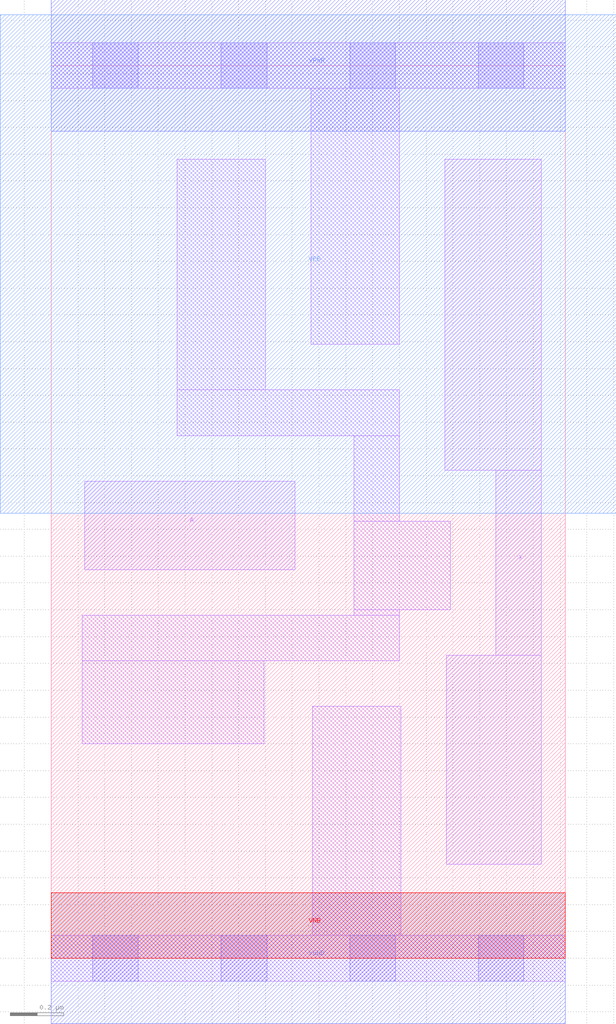
<source format=lef>
# Copyright 2020 The SkyWater PDK Authors
#
# Licensed under the Apache License, Version 2.0 (the "License");
# you may not use this file except in compliance with the License.
# You may obtain a copy of the License at
#
#     https://www.apache.org/licenses/LICENSE-2.0
#
# Unless required by applicable law or agreed to in writing, software
# distributed under the License is distributed on an "AS IS" BASIS,
# WITHOUT WARRANTIES OR CONDITIONS OF ANY KIND, either express or implied.
# See the License for the specific language governing permissions and
# limitations under the License.
#
# SPDX-License-Identifier: Apache-2.0

VERSION 5.7 ;
  NOWIREEXTENSIONATPIN ON ;
  DIVIDERCHAR "/" ;
  BUSBITCHARS "[]" ;
MACRO sky130_fd_sc_ls__buf_1
  CLASS CORE ;
  FOREIGN sky130_fd_sc_ls__buf_1 ;
  ORIGIN  0.000000  0.000000 ;
  SIZE  1.920000 BY  3.330000 ;
  SYMMETRY X Y ;
  SITE unit ;
  PIN A
    ANTENNAGATEAREA  0.208500 ;
    DIRECTION INPUT ;
    USE SIGNAL ;
    PORT
      LAYER li1 ;
        RECT 0.125000 1.450000 0.910000 1.780000 ;
    END
  END A
  PIN X
    ANTENNADIFFAREA  0.541300 ;
    DIRECTION OUTPUT ;
    USE SIGNAL ;
    PORT
      LAYER li1 ;
        RECT 1.470000 1.820000 1.830000 2.980000 ;
        RECT 1.475000 0.350000 1.830000 1.130000 ;
        RECT 1.660000 1.130000 1.830000 1.820000 ;
    END
  END X
  PIN VGND
    DIRECTION INOUT ;
    SHAPE ABUTMENT ;
    USE GROUND ;
    PORT
      LAYER met1 ;
        RECT 0.000000 -0.245000 1.920000 0.245000 ;
    END
  END VGND
  PIN VNB
    DIRECTION INOUT ;
    USE GROUND ;
    PORT
      LAYER pwell ;
        RECT 0.000000 0.000000 1.920000 0.245000 ;
    END
  END VNB
  PIN VPB
    DIRECTION INOUT ;
    USE POWER ;
    PORT
      LAYER nwell ;
        RECT -0.190000 1.660000 2.110000 3.520000 ;
    END
  END VPB
  PIN VPWR
    DIRECTION INOUT ;
    SHAPE ABUTMENT ;
    USE POWER ;
    PORT
      LAYER met1 ;
        RECT 0.000000 3.085000 1.920000 3.575000 ;
    END
  END VPWR
  OBS
    LAYER li1 ;
      RECT 0.000000 -0.085000 1.920000 0.085000 ;
      RECT 0.000000  3.245000 1.920000 3.415000 ;
      RECT 0.115000  0.800000 0.795000 1.110000 ;
      RECT 0.115000  1.110000 1.300000 1.280000 ;
      RECT 0.470000  1.950000 1.300000 2.120000 ;
      RECT 0.470000  2.120000 0.800000 2.980000 ;
      RECT 0.970000  2.290000 1.300000 3.245000 ;
      RECT 0.975000  0.085000 1.305000 0.940000 ;
      RECT 1.130000  1.280000 1.300000 1.300000 ;
      RECT 1.130000  1.300000 1.490000 1.630000 ;
      RECT 1.130000  1.630000 1.300000 1.950000 ;
    LAYER mcon ;
      RECT 0.155000 -0.085000 0.325000 0.085000 ;
      RECT 0.155000  3.245000 0.325000 3.415000 ;
      RECT 0.635000 -0.085000 0.805000 0.085000 ;
      RECT 0.635000  3.245000 0.805000 3.415000 ;
      RECT 1.115000 -0.085000 1.285000 0.085000 ;
      RECT 1.115000  3.245000 1.285000 3.415000 ;
      RECT 1.595000 -0.085000 1.765000 0.085000 ;
      RECT 1.595000  3.245000 1.765000 3.415000 ;
  END
END sky130_fd_sc_ls__buf_1
END LIBRARY

</source>
